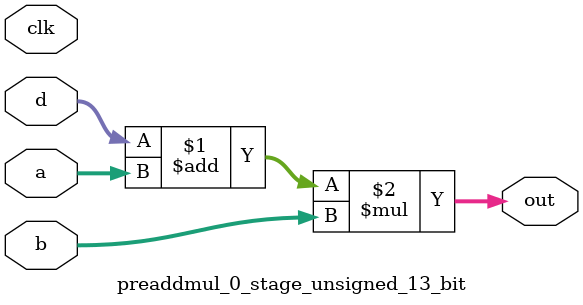
<source format=sv>
(* use_dsp = "yes" *) module preaddmul_0_stage_unsigned_13_bit(
	input  [12:0] d,
	input  [12:0] a,
	input  [12:0] b,
	output [12:0] out,
	input clk);

	assign out = (d + a) * b;
endmodule

</source>
